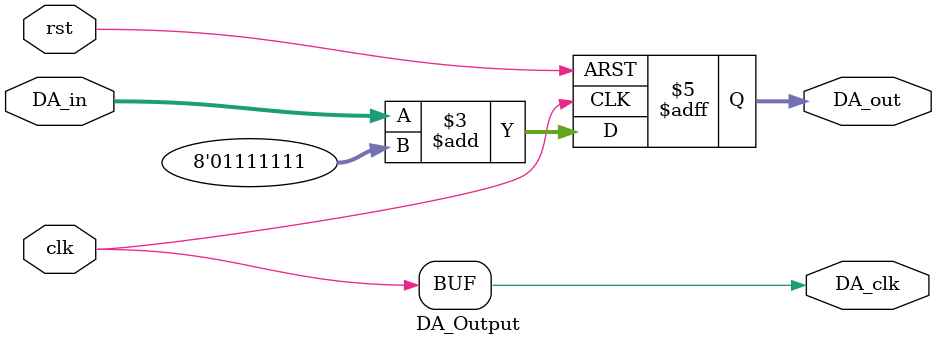
<source format=v>
module DA_Output(clk, rst, DA_clk, DA_in, DA_out);
input clk, rst;
output DA_clk;
input signed [7:0] DA_in;
output reg [7:0] DA_out;
assign DA_clk = clk;
initial begin
DA_out <= 0;
end
always @ (posedge clk or negedge rst) begin
if(!rst)
  DA_out <= 0;
else
  DA_out <= DA_in + 8'b01111111;  //把无符号数转为有符号数
end
endmodule
</source>
